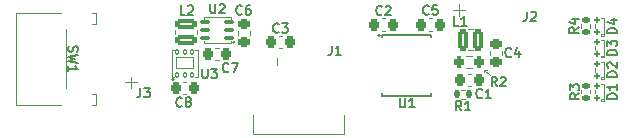
<source format=gbr>
%TF.GenerationSoftware,KiCad,Pcbnew,7.0.1*%
%TF.CreationDate,2023-03-13T18:15:26-04:00*%
%TF.ProjectId,ctm_battery b,63746d5f-6261-4747-9465-727920622e6b,1.0.0*%
%TF.SameCoordinates,Original*%
%TF.FileFunction,Legend,Top*%
%TF.FilePolarity,Positive*%
%FSLAX46Y46*%
G04 Gerber Fmt 4.6, Leading zero omitted, Abs format (unit mm)*
G04 Created by KiCad (PCBNEW 7.0.1) date 2023-03-13 18:15:26*
%MOMM*%
%LPD*%
G01*
G04 APERTURE LIST*
G04 Aperture macros list*
%AMRoundRect*
0 Rectangle with rounded corners*
0 $1 Rounding radius*
0 $2 $3 $4 $5 $6 $7 $8 $9 X,Y pos of 4 corners*
0 Add a 4 corners polygon primitive as box body*
4,1,4,$2,$3,$4,$5,$6,$7,$8,$9,$2,$3,0*
0 Add four circle primitives for the rounded corners*
1,1,$1+$1,$2,$3*
1,1,$1+$1,$4,$5*
1,1,$1+$1,$6,$7*
1,1,$1+$1,$8,$9*
0 Add four rect primitives between the rounded corners*
20,1,$1+$1,$2,$3,$4,$5,0*
20,1,$1+$1,$4,$5,$6,$7,0*
20,1,$1+$1,$6,$7,$8,$9,0*
20,1,$1+$1,$8,$9,$2,$3,0*%
G04 Aperture macros list end*
%ADD10C,0.120000*%
%ADD11C,0.150000*%
%ADD12C,0.135000*%
%ADD13C,0.130711*%
%ADD14RoundRect,0.125000X-0.125000X0.125000X-0.125000X-0.125000X0.125000X-0.125000X0.125000X0.125000X0*%
%ADD15RoundRect,0.225000X-0.250000X0.225000X-0.250000X-0.225000X0.250000X-0.225000X0.250000X0.225000X0*%
%ADD16C,3.200000*%
%ADD17RoundRect,0.184782X-0.240218X-0.715218X0.240218X-0.715218X0.240218X0.715218X-0.240218X0.715218X0*%
%ADD18RoundRect,0.135000X0.185000X-0.135000X0.185000X0.135000X-0.185000X0.135000X-0.185000X-0.135000X0*%
%ADD19RoundRect,0.225000X-0.225000X-0.250000X0.225000X-0.250000X0.225000X0.250000X-0.225000X0.250000X0*%
%ADD20RoundRect,0.135000X-0.135000X-0.185000X0.135000X-0.185000X0.135000X0.185000X-0.135000X0.185000X0*%
%ADD21R,1.700000X1.700000*%
%ADD22O,1.700000X1.700000*%
%ADD23RoundRect,0.225000X0.225000X0.250000X-0.225000X0.250000X-0.225000X-0.250000X0.225000X-0.250000X0*%
%ADD24R,1.300000X0.700000*%
%ADD25R,2.400000X3.400000*%
%ADD26C,1.700000*%
%ADD27C,2.200000*%
%ADD28RoundRect,0.225000X0.250000X-0.225000X0.250000X0.225000X-0.250000X0.225000X-0.250000X-0.225000X0*%
%ADD29RoundRect,0.184782X-0.715218X0.240218X-0.715218X-0.240218X0.715218X-0.240218X0.715218X0.240218X0*%
%ADD30R,0.400000X1.350000*%
%ADD31R,1.800000X1.900000*%
%ADD32R,2.100000X1.600000*%
%ADD33R,1.900000X1.900000*%
%ADD34RoundRect,0.050000X0.100000X-0.175000X0.100000X0.175000X-0.100000X0.175000X-0.100000X-0.175000X0*%
%ADD35RoundRect,0.050000X0.750000X-0.450000X0.750000X0.450000X-0.750000X0.450000X-0.750000X-0.450000X0*%
%ADD36RoundRect,0.200000X-0.200000X-0.275000X0.200000X-0.275000X0.200000X0.275000X-0.200000X0.275000X0*%
%ADD37RoundRect,0.087500X0.312500X0.087500X-0.312500X0.087500X-0.312500X-0.087500X0.312500X-0.087500X0*%
%ADD38R,0.800000X1.400000*%
G04 APERTURE END LIST*
D10*
X85330000Y-72000000D02*
X86330000Y-72000000D01*
X113620000Y-65360000D02*
X113620000Y-66360000D01*
X116200000Y-71350000D02*
X115750000Y-70900000D01*
X85830000Y-72500000D02*
X85830000Y-71500000D01*
X113120000Y-65860000D02*
X114120000Y-65860000D01*
X115750000Y-70900000D02*
X115750000Y-71100000D01*
X115750000Y-70900000D02*
X115950000Y-70900000D01*
D11*
%TO.C,D1*%
X126970095Y-73370475D02*
X126170095Y-73370475D01*
X126170095Y-73370475D02*
X126170095Y-73179999D01*
X126170095Y-73179999D02*
X126208190Y-73065713D01*
X126208190Y-73065713D02*
X126284380Y-72989523D01*
X126284380Y-72989523D02*
X126360571Y-72951428D01*
X126360571Y-72951428D02*
X126512952Y-72913332D01*
X126512952Y-72913332D02*
X126627238Y-72913332D01*
X126627238Y-72913332D02*
X126779619Y-72951428D01*
X126779619Y-72951428D02*
X126855809Y-72989523D01*
X126855809Y-72989523D02*
X126932000Y-73065713D01*
X126932000Y-73065713D02*
X126970095Y-73179999D01*
X126970095Y-73179999D02*
X126970095Y-73370475D01*
X126970095Y-72151428D02*
X126970095Y-72608571D01*
X126970095Y-72379999D02*
X126170095Y-72379999D01*
X126170095Y-72379999D02*
X126284380Y-72456190D01*
X126284380Y-72456190D02*
X126360571Y-72532380D01*
X126360571Y-72532380D02*
X126398666Y-72608571D01*
%TO.C,D2*%
X126970095Y-71515475D02*
X126170095Y-71515475D01*
X126170095Y-71515475D02*
X126170095Y-71324999D01*
X126170095Y-71324999D02*
X126208190Y-71210713D01*
X126208190Y-71210713D02*
X126284380Y-71134523D01*
X126284380Y-71134523D02*
X126360571Y-71096428D01*
X126360571Y-71096428D02*
X126512952Y-71058332D01*
X126512952Y-71058332D02*
X126627238Y-71058332D01*
X126627238Y-71058332D02*
X126779619Y-71096428D01*
X126779619Y-71096428D02*
X126855809Y-71134523D01*
X126855809Y-71134523D02*
X126932000Y-71210713D01*
X126932000Y-71210713D02*
X126970095Y-71324999D01*
X126970095Y-71324999D02*
X126970095Y-71515475D01*
X126246285Y-70753571D02*
X126208190Y-70715475D01*
X126208190Y-70715475D02*
X126170095Y-70639285D01*
X126170095Y-70639285D02*
X126170095Y-70448809D01*
X126170095Y-70448809D02*
X126208190Y-70372618D01*
X126208190Y-70372618D02*
X126246285Y-70334523D01*
X126246285Y-70334523D02*
X126322476Y-70296428D01*
X126322476Y-70296428D02*
X126398666Y-70296428D01*
X126398666Y-70296428D02*
X126512952Y-70334523D01*
X126512952Y-70334523D02*
X126970095Y-70791666D01*
X126970095Y-70791666D02*
X126970095Y-70296428D01*
%TO.C,D3*%
X126970095Y-69670475D02*
X126170095Y-69670475D01*
X126170095Y-69670475D02*
X126170095Y-69479999D01*
X126170095Y-69479999D02*
X126208190Y-69365713D01*
X126208190Y-69365713D02*
X126284380Y-69289523D01*
X126284380Y-69289523D02*
X126360571Y-69251428D01*
X126360571Y-69251428D02*
X126512952Y-69213332D01*
X126512952Y-69213332D02*
X126627238Y-69213332D01*
X126627238Y-69213332D02*
X126779619Y-69251428D01*
X126779619Y-69251428D02*
X126855809Y-69289523D01*
X126855809Y-69289523D02*
X126932000Y-69365713D01*
X126932000Y-69365713D02*
X126970095Y-69479999D01*
X126970095Y-69479999D02*
X126970095Y-69670475D01*
X126170095Y-68946666D02*
X126170095Y-68451428D01*
X126170095Y-68451428D02*
X126474857Y-68718094D01*
X126474857Y-68718094D02*
X126474857Y-68603809D01*
X126474857Y-68603809D02*
X126512952Y-68527618D01*
X126512952Y-68527618D02*
X126551047Y-68489523D01*
X126551047Y-68489523D02*
X126627238Y-68451428D01*
X126627238Y-68451428D02*
X126817714Y-68451428D01*
X126817714Y-68451428D02*
X126893904Y-68489523D01*
X126893904Y-68489523D02*
X126932000Y-68527618D01*
X126932000Y-68527618D02*
X126970095Y-68603809D01*
X126970095Y-68603809D02*
X126970095Y-68832380D01*
X126970095Y-68832380D02*
X126932000Y-68908571D01*
X126932000Y-68908571D02*
X126893904Y-68946666D01*
%TO.C,D4*%
X126970095Y-67810475D02*
X126170095Y-67810475D01*
X126170095Y-67810475D02*
X126170095Y-67619999D01*
X126170095Y-67619999D02*
X126208190Y-67505713D01*
X126208190Y-67505713D02*
X126284380Y-67429523D01*
X126284380Y-67429523D02*
X126360571Y-67391428D01*
X126360571Y-67391428D02*
X126512952Y-67353332D01*
X126512952Y-67353332D02*
X126627238Y-67353332D01*
X126627238Y-67353332D02*
X126779619Y-67391428D01*
X126779619Y-67391428D02*
X126855809Y-67429523D01*
X126855809Y-67429523D02*
X126932000Y-67505713D01*
X126932000Y-67505713D02*
X126970095Y-67619999D01*
X126970095Y-67619999D02*
X126970095Y-67810475D01*
X126436761Y-66667618D02*
X126970095Y-66667618D01*
X126132000Y-66858094D02*
X126703428Y-67048571D01*
X126703428Y-67048571D02*
X126703428Y-66553332D01*
%TO.C,C6*%
X95226667Y-66193904D02*
X95188571Y-66232000D01*
X95188571Y-66232000D02*
X95074286Y-66270095D01*
X95074286Y-66270095D02*
X94998095Y-66270095D01*
X94998095Y-66270095D02*
X94883809Y-66232000D01*
X94883809Y-66232000D02*
X94807619Y-66155809D01*
X94807619Y-66155809D02*
X94769524Y-66079619D01*
X94769524Y-66079619D02*
X94731428Y-65927238D01*
X94731428Y-65927238D02*
X94731428Y-65812952D01*
X94731428Y-65812952D02*
X94769524Y-65660571D01*
X94769524Y-65660571D02*
X94807619Y-65584380D01*
X94807619Y-65584380D02*
X94883809Y-65508190D01*
X94883809Y-65508190D02*
X94998095Y-65470095D01*
X94998095Y-65470095D02*
X95074286Y-65470095D01*
X95074286Y-65470095D02*
X95188571Y-65508190D01*
X95188571Y-65508190D02*
X95226667Y-65546285D01*
X95912381Y-65470095D02*
X95760000Y-65470095D01*
X95760000Y-65470095D02*
X95683809Y-65508190D01*
X95683809Y-65508190D02*
X95645714Y-65546285D01*
X95645714Y-65546285D02*
X95569524Y-65660571D01*
X95569524Y-65660571D02*
X95531428Y-65812952D01*
X95531428Y-65812952D02*
X95531428Y-66117714D01*
X95531428Y-66117714D02*
X95569524Y-66193904D01*
X95569524Y-66193904D02*
X95607619Y-66232000D01*
X95607619Y-66232000D02*
X95683809Y-66270095D01*
X95683809Y-66270095D02*
X95836190Y-66270095D01*
X95836190Y-66270095D02*
X95912381Y-66232000D01*
X95912381Y-66232000D02*
X95950476Y-66193904D01*
X95950476Y-66193904D02*
X95988571Y-66117714D01*
X95988571Y-66117714D02*
X95988571Y-65927238D01*
X95988571Y-65927238D02*
X95950476Y-65851047D01*
X95950476Y-65851047D02*
X95912381Y-65812952D01*
X95912381Y-65812952D02*
X95836190Y-65774857D01*
X95836190Y-65774857D02*
X95683809Y-65774857D01*
X95683809Y-65774857D02*
X95607619Y-65812952D01*
X95607619Y-65812952D02*
X95569524Y-65851047D01*
X95569524Y-65851047D02*
X95531428Y-65927238D01*
%TO.C,L1*%
X113586666Y-67190095D02*
X113205714Y-67190095D01*
X113205714Y-67190095D02*
X113205714Y-66390095D01*
X114272380Y-67190095D02*
X113815237Y-67190095D01*
X114043809Y-67190095D02*
X114043809Y-66390095D01*
X114043809Y-66390095D02*
X113967618Y-66504380D01*
X113967618Y-66504380D02*
X113891428Y-66580571D01*
X113891428Y-66580571D02*
X113815237Y-66618666D01*
%TO.C,R4*%
X123730095Y-67333332D02*
X123349142Y-67599999D01*
X123730095Y-67790475D02*
X122930095Y-67790475D01*
X122930095Y-67790475D02*
X122930095Y-67485713D01*
X122930095Y-67485713D02*
X122968190Y-67409523D01*
X122968190Y-67409523D02*
X123006285Y-67371428D01*
X123006285Y-67371428D02*
X123082476Y-67333332D01*
X123082476Y-67333332D02*
X123196761Y-67333332D01*
X123196761Y-67333332D02*
X123272952Y-67371428D01*
X123272952Y-67371428D02*
X123311047Y-67409523D01*
X123311047Y-67409523D02*
X123349142Y-67485713D01*
X123349142Y-67485713D02*
X123349142Y-67790475D01*
X123196761Y-66647618D02*
X123730095Y-66647618D01*
X122892000Y-66838094D02*
X123463428Y-67028571D01*
X123463428Y-67028571D02*
X123463428Y-66533332D01*
%TO.C,C1*%
X115566667Y-73263904D02*
X115528571Y-73302000D01*
X115528571Y-73302000D02*
X115414286Y-73340095D01*
X115414286Y-73340095D02*
X115338095Y-73340095D01*
X115338095Y-73340095D02*
X115223809Y-73302000D01*
X115223809Y-73302000D02*
X115147619Y-73225809D01*
X115147619Y-73225809D02*
X115109524Y-73149619D01*
X115109524Y-73149619D02*
X115071428Y-72997238D01*
X115071428Y-72997238D02*
X115071428Y-72882952D01*
X115071428Y-72882952D02*
X115109524Y-72730571D01*
X115109524Y-72730571D02*
X115147619Y-72654380D01*
X115147619Y-72654380D02*
X115223809Y-72578190D01*
X115223809Y-72578190D02*
X115338095Y-72540095D01*
X115338095Y-72540095D02*
X115414286Y-72540095D01*
X115414286Y-72540095D02*
X115528571Y-72578190D01*
X115528571Y-72578190D02*
X115566667Y-72616285D01*
X116328571Y-73340095D02*
X115871428Y-73340095D01*
X116100000Y-73340095D02*
X116100000Y-72540095D01*
X116100000Y-72540095D02*
X116023809Y-72654380D01*
X116023809Y-72654380D02*
X115947619Y-72730571D01*
X115947619Y-72730571D02*
X115871428Y-72768666D01*
%TO.C,R1*%
X113816667Y-74370095D02*
X113550000Y-73989142D01*
X113359524Y-74370095D02*
X113359524Y-73570095D01*
X113359524Y-73570095D02*
X113664286Y-73570095D01*
X113664286Y-73570095D02*
X113740476Y-73608190D01*
X113740476Y-73608190D02*
X113778571Y-73646285D01*
X113778571Y-73646285D02*
X113816667Y-73722476D01*
X113816667Y-73722476D02*
X113816667Y-73836761D01*
X113816667Y-73836761D02*
X113778571Y-73912952D01*
X113778571Y-73912952D02*
X113740476Y-73951047D01*
X113740476Y-73951047D02*
X113664286Y-73989142D01*
X113664286Y-73989142D02*
X113359524Y-73989142D01*
X114578571Y-74370095D02*
X114121428Y-74370095D01*
X114350000Y-74370095D02*
X114350000Y-73570095D01*
X114350000Y-73570095D02*
X114273809Y-73684380D01*
X114273809Y-73684380D02*
X114197619Y-73760571D01*
X114197619Y-73760571D02*
X114121428Y-73798666D01*
%TO.C,J3*%
X86633333Y-72460095D02*
X86633333Y-73031523D01*
X86633333Y-73031523D02*
X86595238Y-73145809D01*
X86595238Y-73145809D02*
X86519047Y-73222000D01*
X86519047Y-73222000D02*
X86404762Y-73260095D01*
X86404762Y-73260095D02*
X86328571Y-73260095D01*
X86938095Y-72460095D02*
X87433333Y-72460095D01*
X87433333Y-72460095D02*
X87166667Y-72764857D01*
X87166667Y-72764857D02*
X87280952Y-72764857D01*
X87280952Y-72764857D02*
X87357143Y-72802952D01*
X87357143Y-72802952D02*
X87395238Y-72841047D01*
X87395238Y-72841047D02*
X87433333Y-72917238D01*
X87433333Y-72917238D02*
X87433333Y-73107714D01*
X87433333Y-73107714D02*
X87395238Y-73183904D01*
X87395238Y-73183904D02*
X87357143Y-73222000D01*
X87357143Y-73222000D02*
X87280952Y-73260095D01*
X87280952Y-73260095D02*
X87052381Y-73260095D01*
X87052381Y-73260095D02*
X86976190Y-73222000D01*
X86976190Y-73222000D02*
X86938095Y-73183904D01*
%TO.C,C5*%
X111056667Y-66193904D02*
X111018571Y-66232000D01*
X111018571Y-66232000D02*
X110904286Y-66270095D01*
X110904286Y-66270095D02*
X110828095Y-66270095D01*
X110828095Y-66270095D02*
X110713809Y-66232000D01*
X110713809Y-66232000D02*
X110637619Y-66155809D01*
X110637619Y-66155809D02*
X110599524Y-66079619D01*
X110599524Y-66079619D02*
X110561428Y-65927238D01*
X110561428Y-65927238D02*
X110561428Y-65812952D01*
X110561428Y-65812952D02*
X110599524Y-65660571D01*
X110599524Y-65660571D02*
X110637619Y-65584380D01*
X110637619Y-65584380D02*
X110713809Y-65508190D01*
X110713809Y-65508190D02*
X110828095Y-65470095D01*
X110828095Y-65470095D02*
X110904286Y-65470095D01*
X110904286Y-65470095D02*
X111018571Y-65508190D01*
X111018571Y-65508190D02*
X111056667Y-65546285D01*
X111780476Y-65470095D02*
X111399524Y-65470095D01*
X111399524Y-65470095D02*
X111361428Y-65851047D01*
X111361428Y-65851047D02*
X111399524Y-65812952D01*
X111399524Y-65812952D02*
X111475714Y-65774857D01*
X111475714Y-65774857D02*
X111666190Y-65774857D01*
X111666190Y-65774857D02*
X111742381Y-65812952D01*
X111742381Y-65812952D02*
X111780476Y-65851047D01*
X111780476Y-65851047D02*
X111818571Y-65927238D01*
X111818571Y-65927238D02*
X111818571Y-66117714D01*
X111818571Y-66117714D02*
X111780476Y-66193904D01*
X111780476Y-66193904D02*
X111742381Y-66232000D01*
X111742381Y-66232000D02*
X111666190Y-66270095D01*
X111666190Y-66270095D02*
X111475714Y-66270095D01*
X111475714Y-66270095D02*
X111399524Y-66232000D01*
X111399524Y-66232000D02*
X111361428Y-66193904D01*
%TO.C,U1*%
X108590476Y-73310095D02*
X108590476Y-73957714D01*
X108590476Y-73957714D02*
X108628571Y-74033904D01*
X108628571Y-74033904D02*
X108666666Y-74072000D01*
X108666666Y-74072000D02*
X108742857Y-74110095D01*
X108742857Y-74110095D02*
X108895238Y-74110095D01*
X108895238Y-74110095D02*
X108971428Y-74072000D01*
X108971428Y-74072000D02*
X109009523Y-74033904D01*
X109009523Y-74033904D02*
X109047619Y-73957714D01*
X109047619Y-73957714D02*
X109047619Y-73310095D01*
X109847618Y-74110095D02*
X109390475Y-74110095D01*
X109619047Y-74110095D02*
X109619047Y-73310095D01*
X109619047Y-73310095D02*
X109542856Y-73424380D01*
X109542856Y-73424380D02*
X109466666Y-73500571D01*
X109466666Y-73500571D02*
X109390475Y-73538666D01*
%TO.C,SW1*%
X80568000Y-68933332D02*
X80529904Y-69047618D01*
X80529904Y-69047618D02*
X80529904Y-69238094D01*
X80529904Y-69238094D02*
X80568000Y-69314285D01*
X80568000Y-69314285D02*
X80606095Y-69352380D01*
X80606095Y-69352380D02*
X80682285Y-69390475D01*
X80682285Y-69390475D02*
X80758476Y-69390475D01*
X80758476Y-69390475D02*
X80834666Y-69352380D01*
X80834666Y-69352380D02*
X80872761Y-69314285D01*
X80872761Y-69314285D02*
X80910857Y-69238094D01*
X80910857Y-69238094D02*
X80948952Y-69085713D01*
X80948952Y-69085713D02*
X80987047Y-69009523D01*
X80987047Y-69009523D02*
X81025142Y-68971428D01*
X81025142Y-68971428D02*
X81101333Y-68933332D01*
X81101333Y-68933332D02*
X81177523Y-68933332D01*
X81177523Y-68933332D02*
X81253714Y-68971428D01*
X81253714Y-68971428D02*
X81291809Y-69009523D01*
X81291809Y-69009523D02*
X81329904Y-69085713D01*
X81329904Y-69085713D02*
X81329904Y-69276190D01*
X81329904Y-69276190D02*
X81291809Y-69390475D01*
X81329904Y-69657142D02*
X80529904Y-69847618D01*
X80529904Y-69847618D02*
X81101333Y-69999999D01*
X81101333Y-69999999D02*
X80529904Y-70152380D01*
X80529904Y-70152380D02*
X81329904Y-70342857D01*
X80529904Y-71066666D02*
X80529904Y-70609523D01*
X80529904Y-70838095D02*
X81329904Y-70838095D01*
X81329904Y-70838095D02*
X81215619Y-70761904D01*
X81215619Y-70761904D02*
X81139428Y-70685714D01*
X81139428Y-70685714D02*
X81101333Y-70609523D01*
%TO.C,C4*%
X118016667Y-69793904D02*
X117978571Y-69832000D01*
X117978571Y-69832000D02*
X117864286Y-69870095D01*
X117864286Y-69870095D02*
X117788095Y-69870095D01*
X117788095Y-69870095D02*
X117673809Y-69832000D01*
X117673809Y-69832000D02*
X117597619Y-69755809D01*
X117597619Y-69755809D02*
X117559524Y-69679619D01*
X117559524Y-69679619D02*
X117521428Y-69527238D01*
X117521428Y-69527238D02*
X117521428Y-69412952D01*
X117521428Y-69412952D02*
X117559524Y-69260571D01*
X117559524Y-69260571D02*
X117597619Y-69184380D01*
X117597619Y-69184380D02*
X117673809Y-69108190D01*
X117673809Y-69108190D02*
X117788095Y-69070095D01*
X117788095Y-69070095D02*
X117864286Y-69070095D01*
X117864286Y-69070095D02*
X117978571Y-69108190D01*
X117978571Y-69108190D02*
X118016667Y-69146285D01*
X118702381Y-69336761D02*
X118702381Y-69870095D01*
X118511905Y-69032000D02*
X118321428Y-69603428D01*
X118321428Y-69603428D02*
X118816667Y-69603428D01*
%TO.C,L2*%
X90416666Y-66280095D02*
X90035714Y-66280095D01*
X90035714Y-66280095D02*
X90035714Y-65480095D01*
X90645237Y-65556285D02*
X90683333Y-65518190D01*
X90683333Y-65518190D02*
X90759523Y-65480095D01*
X90759523Y-65480095D02*
X90949999Y-65480095D01*
X90949999Y-65480095D02*
X91026190Y-65518190D01*
X91026190Y-65518190D02*
X91064285Y-65556285D01*
X91064285Y-65556285D02*
X91102380Y-65632476D01*
X91102380Y-65632476D02*
X91102380Y-65708666D01*
X91102380Y-65708666D02*
X91064285Y-65822952D01*
X91064285Y-65822952D02*
X90607142Y-66280095D01*
X90607142Y-66280095D02*
X91102380Y-66280095D01*
%TO.C,C2*%
X107081667Y-66223904D02*
X107043571Y-66262000D01*
X107043571Y-66262000D02*
X106929286Y-66300095D01*
X106929286Y-66300095D02*
X106853095Y-66300095D01*
X106853095Y-66300095D02*
X106738809Y-66262000D01*
X106738809Y-66262000D02*
X106662619Y-66185809D01*
X106662619Y-66185809D02*
X106624524Y-66109619D01*
X106624524Y-66109619D02*
X106586428Y-65957238D01*
X106586428Y-65957238D02*
X106586428Y-65842952D01*
X106586428Y-65842952D02*
X106624524Y-65690571D01*
X106624524Y-65690571D02*
X106662619Y-65614380D01*
X106662619Y-65614380D02*
X106738809Y-65538190D01*
X106738809Y-65538190D02*
X106853095Y-65500095D01*
X106853095Y-65500095D02*
X106929286Y-65500095D01*
X106929286Y-65500095D02*
X107043571Y-65538190D01*
X107043571Y-65538190D02*
X107081667Y-65576285D01*
X107386428Y-65576285D02*
X107424524Y-65538190D01*
X107424524Y-65538190D02*
X107500714Y-65500095D01*
X107500714Y-65500095D02*
X107691190Y-65500095D01*
X107691190Y-65500095D02*
X107767381Y-65538190D01*
X107767381Y-65538190D02*
X107805476Y-65576285D01*
X107805476Y-65576285D02*
X107843571Y-65652476D01*
X107843571Y-65652476D02*
X107843571Y-65728666D01*
X107843571Y-65728666D02*
X107805476Y-65842952D01*
X107805476Y-65842952D02*
X107348333Y-66300095D01*
X107348333Y-66300095D02*
X107843571Y-66300095D01*
%TO.C,J1*%
X102823333Y-68870095D02*
X102823333Y-69441523D01*
X102823333Y-69441523D02*
X102785238Y-69555809D01*
X102785238Y-69555809D02*
X102709047Y-69632000D01*
X102709047Y-69632000D02*
X102594762Y-69670095D01*
X102594762Y-69670095D02*
X102518571Y-69670095D01*
X103623333Y-69670095D02*
X103166190Y-69670095D01*
X103394762Y-69670095D02*
X103394762Y-68870095D01*
X103394762Y-68870095D02*
X103318571Y-68984380D01*
X103318571Y-68984380D02*
X103242381Y-69060571D01*
X103242381Y-69060571D02*
X103166190Y-69098666D01*
%TO.C,C7*%
X94086667Y-71053904D02*
X94048571Y-71092000D01*
X94048571Y-71092000D02*
X93934286Y-71130095D01*
X93934286Y-71130095D02*
X93858095Y-71130095D01*
X93858095Y-71130095D02*
X93743809Y-71092000D01*
X93743809Y-71092000D02*
X93667619Y-71015809D01*
X93667619Y-71015809D02*
X93629524Y-70939619D01*
X93629524Y-70939619D02*
X93591428Y-70787238D01*
X93591428Y-70787238D02*
X93591428Y-70672952D01*
X93591428Y-70672952D02*
X93629524Y-70520571D01*
X93629524Y-70520571D02*
X93667619Y-70444380D01*
X93667619Y-70444380D02*
X93743809Y-70368190D01*
X93743809Y-70368190D02*
X93858095Y-70330095D01*
X93858095Y-70330095D02*
X93934286Y-70330095D01*
X93934286Y-70330095D02*
X94048571Y-70368190D01*
X94048571Y-70368190D02*
X94086667Y-70406285D01*
X94353333Y-70330095D02*
X94886667Y-70330095D01*
X94886667Y-70330095D02*
X94543809Y-71130095D01*
%TO.C,U3*%
X91870476Y-70840095D02*
X91870476Y-71487714D01*
X91870476Y-71487714D02*
X91908571Y-71563904D01*
X91908571Y-71563904D02*
X91946666Y-71602000D01*
X91946666Y-71602000D02*
X92022857Y-71640095D01*
X92022857Y-71640095D02*
X92175238Y-71640095D01*
X92175238Y-71640095D02*
X92251428Y-71602000D01*
X92251428Y-71602000D02*
X92289523Y-71563904D01*
X92289523Y-71563904D02*
X92327619Y-71487714D01*
X92327619Y-71487714D02*
X92327619Y-70840095D01*
X92632380Y-70840095D02*
X93127618Y-70840095D01*
X93127618Y-70840095D02*
X92860952Y-71144857D01*
X92860952Y-71144857D02*
X92975237Y-71144857D01*
X92975237Y-71144857D02*
X93051428Y-71182952D01*
X93051428Y-71182952D02*
X93089523Y-71221047D01*
X93089523Y-71221047D02*
X93127618Y-71297238D01*
X93127618Y-71297238D02*
X93127618Y-71487714D01*
X93127618Y-71487714D02*
X93089523Y-71563904D01*
X93089523Y-71563904D02*
X93051428Y-71602000D01*
X93051428Y-71602000D02*
X92975237Y-71640095D01*
X92975237Y-71640095D02*
X92746666Y-71640095D01*
X92746666Y-71640095D02*
X92670475Y-71602000D01*
X92670475Y-71602000D02*
X92632380Y-71563904D01*
%TO.C,R3*%
X123770095Y-72908332D02*
X123389142Y-73174999D01*
X123770095Y-73365475D02*
X122970095Y-73365475D01*
X122970095Y-73365475D02*
X122970095Y-73060713D01*
X122970095Y-73060713D02*
X123008190Y-72984523D01*
X123008190Y-72984523D02*
X123046285Y-72946428D01*
X123046285Y-72946428D02*
X123122476Y-72908332D01*
X123122476Y-72908332D02*
X123236761Y-72908332D01*
X123236761Y-72908332D02*
X123312952Y-72946428D01*
X123312952Y-72946428D02*
X123351047Y-72984523D01*
X123351047Y-72984523D02*
X123389142Y-73060713D01*
X123389142Y-73060713D02*
X123389142Y-73365475D01*
X122970095Y-72641666D02*
X122970095Y-72146428D01*
X122970095Y-72146428D02*
X123274857Y-72413094D01*
X123274857Y-72413094D02*
X123274857Y-72298809D01*
X123274857Y-72298809D02*
X123312952Y-72222618D01*
X123312952Y-72222618D02*
X123351047Y-72184523D01*
X123351047Y-72184523D02*
X123427238Y-72146428D01*
X123427238Y-72146428D02*
X123617714Y-72146428D01*
X123617714Y-72146428D02*
X123693904Y-72184523D01*
X123693904Y-72184523D02*
X123732000Y-72222618D01*
X123732000Y-72222618D02*
X123770095Y-72298809D01*
X123770095Y-72298809D02*
X123770095Y-72527380D01*
X123770095Y-72527380D02*
X123732000Y-72603571D01*
X123732000Y-72603571D02*
X123693904Y-72641666D01*
%TO.C,R2*%
X116815667Y-72325095D02*
X116549000Y-71944142D01*
X116358524Y-72325095D02*
X116358524Y-71525095D01*
X116358524Y-71525095D02*
X116663286Y-71525095D01*
X116663286Y-71525095D02*
X116739476Y-71563190D01*
X116739476Y-71563190D02*
X116777571Y-71601285D01*
X116777571Y-71601285D02*
X116815667Y-71677476D01*
X116815667Y-71677476D02*
X116815667Y-71791761D01*
X116815667Y-71791761D02*
X116777571Y-71867952D01*
X116777571Y-71867952D02*
X116739476Y-71906047D01*
X116739476Y-71906047D02*
X116663286Y-71944142D01*
X116663286Y-71944142D02*
X116358524Y-71944142D01*
X117120428Y-71601285D02*
X117158524Y-71563190D01*
X117158524Y-71563190D02*
X117234714Y-71525095D01*
X117234714Y-71525095D02*
X117425190Y-71525095D01*
X117425190Y-71525095D02*
X117501381Y-71563190D01*
X117501381Y-71563190D02*
X117539476Y-71601285D01*
X117539476Y-71601285D02*
X117577571Y-71677476D01*
X117577571Y-71677476D02*
X117577571Y-71753666D01*
X117577571Y-71753666D02*
X117539476Y-71867952D01*
X117539476Y-71867952D02*
X117082333Y-72325095D01*
X117082333Y-72325095D02*
X117577571Y-72325095D01*
%TO.C,C8*%
X90146667Y-73993904D02*
X90108571Y-74032000D01*
X90108571Y-74032000D02*
X89994286Y-74070095D01*
X89994286Y-74070095D02*
X89918095Y-74070095D01*
X89918095Y-74070095D02*
X89803809Y-74032000D01*
X89803809Y-74032000D02*
X89727619Y-73955809D01*
X89727619Y-73955809D02*
X89689524Y-73879619D01*
X89689524Y-73879619D02*
X89651428Y-73727238D01*
X89651428Y-73727238D02*
X89651428Y-73612952D01*
X89651428Y-73612952D02*
X89689524Y-73460571D01*
X89689524Y-73460571D02*
X89727619Y-73384380D01*
X89727619Y-73384380D02*
X89803809Y-73308190D01*
X89803809Y-73308190D02*
X89918095Y-73270095D01*
X89918095Y-73270095D02*
X89994286Y-73270095D01*
X89994286Y-73270095D02*
X90108571Y-73308190D01*
X90108571Y-73308190D02*
X90146667Y-73346285D01*
X90603809Y-73612952D02*
X90527619Y-73574857D01*
X90527619Y-73574857D02*
X90489524Y-73536761D01*
X90489524Y-73536761D02*
X90451428Y-73460571D01*
X90451428Y-73460571D02*
X90451428Y-73422476D01*
X90451428Y-73422476D02*
X90489524Y-73346285D01*
X90489524Y-73346285D02*
X90527619Y-73308190D01*
X90527619Y-73308190D02*
X90603809Y-73270095D01*
X90603809Y-73270095D02*
X90756190Y-73270095D01*
X90756190Y-73270095D02*
X90832381Y-73308190D01*
X90832381Y-73308190D02*
X90870476Y-73346285D01*
X90870476Y-73346285D02*
X90908571Y-73422476D01*
X90908571Y-73422476D02*
X90908571Y-73460571D01*
X90908571Y-73460571D02*
X90870476Y-73536761D01*
X90870476Y-73536761D02*
X90832381Y-73574857D01*
X90832381Y-73574857D02*
X90756190Y-73612952D01*
X90756190Y-73612952D02*
X90603809Y-73612952D01*
X90603809Y-73612952D02*
X90527619Y-73651047D01*
X90527619Y-73651047D02*
X90489524Y-73689142D01*
X90489524Y-73689142D02*
X90451428Y-73765333D01*
X90451428Y-73765333D02*
X90451428Y-73917714D01*
X90451428Y-73917714D02*
X90489524Y-73993904D01*
X90489524Y-73993904D02*
X90527619Y-74032000D01*
X90527619Y-74032000D02*
X90603809Y-74070095D01*
X90603809Y-74070095D02*
X90756190Y-74070095D01*
X90756190Y-74070095D02*
X90832381Y-74032000D01*
X90832381Y-74032000D02*
X90870476Y-73993904D01*
X90870476Y-73993904D02*
X90908571Y-73917714D01*
X90908571Y-73917714D02*
X90908571Y-73765333D01*
X90908571Y-73765333D02*
X90870476Y-73689142D01*
X90870476Y-73689142D02*
X90832381Y-73651047D01*
X90832381Y-73651047D02*
X90756190Y-73612952D01*
%TO.C,C3*%
X98356667Y-67713904D02*
X98318571Y-67752000D01*
X98318571Y-67752000D02*
X98204286Y-67790095D01*
X98204286Y-67790095D02*
X98128095Y-67790095D01*
X98128095Y-67790095D02*
X98013809Y-67752000D01*
X98013809Y-67752000D02*
X97937619Y-67675809D01*
X97937619Y-67675809D02*
X97899524Y-67599619D01*
X97899524Y-67599619D02*
X97861428Y-67447238D01*
X97861428Y-67447238D02*
X97861428Y-67332952D01*
X97861428Y-67332952D02*
X97899524Y-67180571D01*
X97899524Y-67180571D02*
X97937619Y-67104380D01*
X97937619Y-67104380D02*
X98013809Y-67028190D01*
X98013809Y-67028190D02*
X98128095Y-66990095D01*
X98128095Y-66990095D02*
X98204286Y-66990095D01*
X98204286Y-66990095D02*
X98318571Y-67028190D01*
X98318571Y-67028190D02*
X98356667Y-67066285D01*
X98623333Y-66990095D02*
X99118571Y-66990095D01*
X99118571Y-66990095D02*
X98851905Y-67294857D01*
X98851905Y-67294857D02*
X98966190Y-67294857D01*
X98966190Y-67294857D02*
X99042381Y-67332952D01*
X99042381Y-67332952D02*
X99080476Y-67371047D01*
X99080476Y-67371047D02*
X99118571Y-67447238D01*
X99118571Y-67447238D02*
X99118571Y-67637714D01*
X99118571Y-67637714D02*
X99080476Y-67713904D01*
X99080476Y-67713904D02*
X99042381Y-67752000D01*
X99042381Y-67752000D02*
X98966190Y-67790095D01*
X98966190Y-67790095D02*
X98737619Y-67790095D01*
X98737619Y-67790095D02*
X98661428Y-67752000D01*
X98661428Y-67752000D02*
X98623333Y-67713904D01*
%TO.C,J2*%
X119348333Y-65995095D02*
X119348333Y-66566523D01*
X119348333Y-66566523D02*
X119310238Y-66680809D01*
X119310238Y-66680809D02*
X119234047Y-66757000D01*
X119234047Y-66757000D02*
X119119762Y-66795095D01*
X119119762Y-66795095D02*
X119043571Y-66795095D01*
X119691190Y-66071285D02*
X119729286Y-66033190D01*
X119729286Y-66033190D02*
X119805476Y-65995095D01*
X119805476Y-65995095D02*
X119995952Y-65995095D01*
X119995952Y-65995095D02*
X120072143Y-66033190D01*
X120072143Y-66033190D02*
X120110238Y-66071285D01*
X120110238Y-66071285D02*
X120148333Y-66147476D01*
X120148333Y-66147476D02*
X120148333Y-66223666D01*
X120148333Y-66223666D02*
X120110238Y-66337952D01*
X120110238Y-66337952D02*
X119653095Y-66795095D01*
X119653095Y-66795095D02*
X120148333Y-66795095D01*
%TO.C,U2*%
X92530476Y-65340095D02*
X92530476Y-65987714D01*
X92530476Y-65987714D02*
X92568571Y-66063904D01*
X92568571Y-66063904D02*
X92606666Y-66102000D01*
X92606666Y-66102000D02*
X92682857Y-66140095D01*
X92682857Y-66140095D02*
X92835238Y-66140095D01*
X92835238Y-66140095D02*
X92911428Y-66102000D01*
X92911428Y-66102000D02*
X92949523Y-66063904D01*
X92949523Y-66063904D02*
X92987619Y-65987714D01*
X92987619Y-65987714D02*
X92987619Y-65340095D01*
X93330475Y-65416285D02*
X93368571Y-65378190D01*
X93368571Y-65378190D02*
X93444761Y-65340095D01*
X93444761Y-65340095D02*
X93635237Y-65340095D01*
X93635237Y-65340095D02*
X93711428Y-65378190D01*
X93711428Y-65378190D02*
X93749523Y-65416285D01*
X93749523Y-65416285D02*
X93787618Y-65492476D01*
X93787618Y-65492476D02*
X93787618Y-65568666D01*
X93787618Y-65568666D02*
X93749523Y-65682952D01*
X93749523Y-65682952D02*
X93292380Y-66140095D01*
X93292380Y-66140095D02*
X93787618Y-66140095D01*
D10*
%TO.C,D1*%
X125900000Y-73425000D02*
X125600000Y-73425000D01*
X125100000Y-72625000D02*
X125100000Y-72925000D01*
X125600000Y-72125000D02*
X125900000Y-72125000D01*
X125600000Y-73575000D02*
X125600000Y-73425000D01*
X125900000Y-72125000D02*
X125900000Y-73425000D01*
X125600000Y-73575000D02*
X125900000Y-73575000D01*
X125900000Y-73425000D02*
X125900000Y-73575000D01*
%TO.C,D2*%
X125900000Y-71575000D02*
X125900000Y-71725000D01*
X125600000Y-71725000D02*
X125900000Y-71725000D01*
X125900000Y-70275000D02*
X125900000Y-71575000D01*
X125600000Y-71725000D02*
X125600000Y-71575000D01*
X125600000Y-70275000D02*
X125900000Y-70275000D01*
X125100000Y-70775000D02*
X125100000Y-71075000D01*
X125900000Y-71575000D02*
X125600000Y-71575000D01*
%TO.C,D3*%
X125900000Y-69725000D02*
X125600000Y-69725000D01*
X125100000Y-68925000D02*
X125100000Y-69225000D01*
X125600000Y-68425000D02*
X125900000Y-68425000D01*
X125600000Y-69875000D02*
X125600000Y-69725000D01*
X125900000Y-68425000D02*
X125900000Y-69725000D01*
X125600000Y-69875000D02*
X125900000Y-69875000D01*
X125900000Y-69725000D02*
X125900000Y-69875000D01*
%TO.C,D4*%
X125900000Y-67875000D02*
X125900000Y-68025000D01*
X125600000Y-68025000D02*
X125900000Y-68025000D01*
X125900000Y-66575000D02*
X125900000Y-67875000D01*
X125600000Y-68025000D02*
X125600000Y-67875000D01*
X125600000Y-66575000D02*
X125900000Y-66575000D01*
X125100000Y-67075000D02*
X125100000Y-67375000D01*
X125900000Y-67875000D02*
X125600000Y-67875000D01*
%TO.C,C6*%
X95880000Y-67659420D02*
X95880000Y-67940580D01*
X94860000Y-67659420D02*
X94860000Y-67940580D01*
%TO.C,L1*%
X114380000Y-67490000D02*
X114780000Y-67490000D01*
X114380000Y-69290000D02*
X114780000Y-69290000D01*
%TO.C,R4*%
X123950000Y-67378641D02*
X123950000Y-67071359D01*
X124710000Y-67378641D02*
X124710000Y-67071359D01*
%TO.C,C1*%
X114359420Y-71240000D02*
X114640580Y-71240000D01*
X114359420Y-72260000D02*
X114640580Y-72260000D01*
%TO.C,R1*%
X113796359Y-72620000D02*
X114103641Y-72620000D01*
X113796359Y-73380000D02*
X114103641Y-73380000D01*
%TO.C,C5*%
X111320580Y-67600000D02*
X111039420Y-67600000D01*
X111320580Y-66580000D02*
X111039420Y-66580000D01*
D11*
%TO.C,U1*%
X107125000Y-67955000D02*
X107125000Y-68155000D01*
X107125000Y-67955000D02*
X111275000Y-67955000D01*
X107125000Y-73105000D02*
X107125000Y-72905000D01*
X107125000Y-73105000D02*
X111275000Y-73105000D01*
X111275000Y-67955000D02*
X111275000Y-68155000D01*
X111275000Y-73105000D02*
X111275000Y-72905000D01*
D12*
X106892500Y-68030000D02*
G75*
G03*
X106892500Y-68030000I-67500J0D01*
G01*
D10*
%TO.C,SW1*%
X76080000Y-73870000D02*
X79930000Y-73870000D01*
X82570000Y-73870000D02*
X82870000Y-73870000D01*
X82870000Y-72980000D02*
X82870000Y-73870000D01*
X82870000Y-72980000D02*
X82520000Y-72980000D01*
X80320000Y-72490000D02*
X80320000Y-67510000D01*
X82870000Y-67020000D02*
X82520000Y-67020000D01*
X76080000Y-66130000D02*
X76080000Y-73870000D01*
X79930000Y-66130000D02*
X76080000Y-66130000D01*
X82570000Y-66130000D02*
X82870000Y-66130000D01*
X82870000Y-66130000D02*
X82870000Y-67020000D01*
%TO.C,C4*%
X116240000Y-69640580D02*
X116240000Y-69359420D01*
X117260000Y-69640580D02*
X117260000Y-69359420D01*
%TO.C,L2*%
X91390000Y-67520000D02*
X91390000Y-67920000D01*
X89590000Y-67520000D02*
X89590000Y-67920000D01*
%TO.C,C2*%
X107084420Y-66580000D02*
X107365580Y-66580000D01*
X107084420Y-67600000D02*
X107365580Y-67600000D01*
%TO.C,J1*%
X96140000Y-76360000D02*
X96140000Y-74750000D01*
X96140000Y-76360000D02*
X103860000Y-76360000D01*
X98200000Y-70540000D02*
X98200000Y-69950000D01*
X103860000Y-76360000D02*
X103860000Y-74750000D01*
%TO.C,C7*%
X92979420Y-69040000D02*
X93260580Y-69040000D01*
X92979420Y-70060000D02*
X93260580Y-70060000D01*
%TO.C,U3*%
X89265000Y-71515000D02*
X89490000Y-71515000D01*
X89265000Y-71515000D02*
X89265000Y-69265000D01*
X91515000Y-71515000D02*
X91290000Y-71515000D01*
X91515000Y-71515000D02*
X91515000Y-69265000D01*
X89490000Y-69265000D02*
X89265000Y-69265000D01*
X91515000Y-69265000D02*
X91290000Y-69265000D01*
D13*
X89455355Y-71744289D02*
G75*
G03*
X89455355Y-71744289I-65355J0D01*
G01*
D10*
%TO.C,R3*%
X123950000Y-72928641D02*
X123950000Y-72621359D01*
X124710000Y-72928641D02*
X124710000Y-72621359D01*
%TO.C,R2*%
X114211742Y-69752500D02*
X114686258Y-69752500D01*
X114211742Y-70797500D02*
X114686258Y-70797500D01*
%TO.C,C8*%
X90249420Y-71930000D02*
X90530580Y-71930000D01*
X90249420Y-72950000D02*
X90530580Y-72950000D01*
%TO.C,C3*%
X98630580Y-69090000D02*
X98349420Y-69090000D01*
X98630580Y-68070000D02*
X98349420Y-68070000D01*
%TO.C,U2*%
X94265000Y-68695000D02*
X94265000Y-68470000D01*
X94265000Y-68695000D02*
X92015000Y-68695000D01*
X94265000Y-66445000D02*
X94265000Y-66670000D01*
X94265000Y-66445000D02*
X92015000Y-66445000D01*
X92015000Y-68695000D02*
X92015000Y-68470000D01*
X92015000Y-66445000D02*
X92015000Y-66670000D01*
D13*
X94601066Y-68595000D02*
G75*
G03*
X94601066Y-68595000I-65355J0D01*
G01*
%TD*%
%LPC*%
D14*
%TO.C,D1*%
X125250000Y-72275000D03*
X125250000Y-73275000D03*
%TD*%
%TO.C,D2*%
X125250000Y-71425000D03*
X125250000Y-70425000D03*
%TD*%
%TO.C,D3*%
X125250000Y-68575000D03*
X125250000Y-69575000D03*
%TD*%
%TO.C,D4*%
X125250000Y-67725000D03*
X125250000Y-66725000D03*
%TD*%
D15*
%TO.C,C6*%
X95370000Y-67025000D03*
X95370000Y-68575000D03*
%TD*%
D16*
%TO.C,H1*%
X84000000Y-70000000D03*
%TD*%
D17*
%TO.C,L1*%
X113905000Y-68390000D03*
X115255000Y-68390000D03*
%TD*%
D18*
%TO.C,R4*%
X124330000Y-67735000D03*
X124330000Y-66715000D03*
%TD*%
D19*
%TO.C,C1*%
X113725000Y-71750000D03*
X115275000Y-71750000D03*
%TD*%
D16*
%TO.C,H2*%
X121000000Y-70000000D03*
%TD*%
D20*
%TO.C,R1*%
X113440000Y-73000000D03*
X114460000Y-73000000D03*
%TD*%
D21*
%TO.C,J3*%
X87500000Y-71275000D03*
D22*
X87500000Y-68735000D03*
%TD*%
D23*
%TO.C,C5*%
X111955000Y-67090000D03*
X110405000Y-67090000D03*
%TD*%
D24*
%TO.C,U1*%
X106450000Y-68625000D03*
X106450000Y-69895000D03*
X106450000Y-71165000D03*
X106450000Y-72435000D03*
X111950000Y-72435000D03*
X111950000Y-71165000D03*
X111950000Y-69895000D03*
X111950000Y-68625000D03*
D25*
X109200000Y-70530000D03*
%TD*%
D26*
%TO.C,SW1*%
X78750000Y-72250000D03*
X78750000Y-67750000D03*
D27*
X81250000Y-73500000D03*
X81250000Y-66500000D03*
%TD*%
D28*
%TO.C,C4*%
X116750000Y-70275000D03*
X116750000Y-68725000D03*
%TD*%
D29*
%TO.C,L2*%
X90490000Y-67045000D03*
X90490000Y-68395000D03*
%TD*%
D19*
%TO.C,C2*%
X106450000Y-67090000D03*
X108000000Y-67090000D03*
%TD*%
D30*
%TO.C,J1*%
X98700000Y-70825000D03*
X99350000Y-70825000D03*
X100000000Y-70825000D03*
X100650000Y-70825000D03*
X101300000Y-70825000D03*
D31*
X96200000Y-73500000D03*
D32*
X96900000Y-70950000D03*
D33*
X98800000Y-73500000D03*
X101200000Y-73500000D03*
D32*
X103100000Y-70950000D03*
D31*
X103800000Y-73500000D03*
%TD*%
D19*
%TO.C,C7*%
X92345000Y-69550000D03*
X93895000Y-69550000D03*
%TD*%
D34*
%TO.C,U3*%
X89740000Y-71365000D03*
X90390000Y-71365000D03*
X91040000Y-71365000D03*
X91040000Y-69415000D03*
X90390000Y-69415000D03*
X89740000Y-69415000D03*
D35*
X90390000Y-70390000D03*
%TD*%
D18*
%TO.C,R3*%
X124330000Y-73285000D03*
X124330000Y-72265000D03*
%TD*%
D36*
%TO.C,R2*%
X113624000Y-70275000D03*
X115274000Y-70275000D03*
%TD*%
D19*
%TO.C,C8*%
X89615000Y-72440000D03*
X91165000Y-72440000D03*
%TD*%
D23*
%TO.C,C3*%
X99265000Y-68580000D03*
X97715000Y-68580000D03*
%TD*%
D22*
%TO.C,J2*%
X117825000Y-66160000D03*
D21*
X115285000Y-66160000D03*
%TD*%
D37*
%TO.C,U2*%
X94140000Y-68220000D03*
X94140000Y-67570000D03*
X94140000Y-66920000D03*
X92140000Y-66920000D03*
X92140000Y-67570000D03*
X92140000Y-68220000D03*
D38*
X93140000Y-67570000D03*
%TD*%
M02*

</source>
